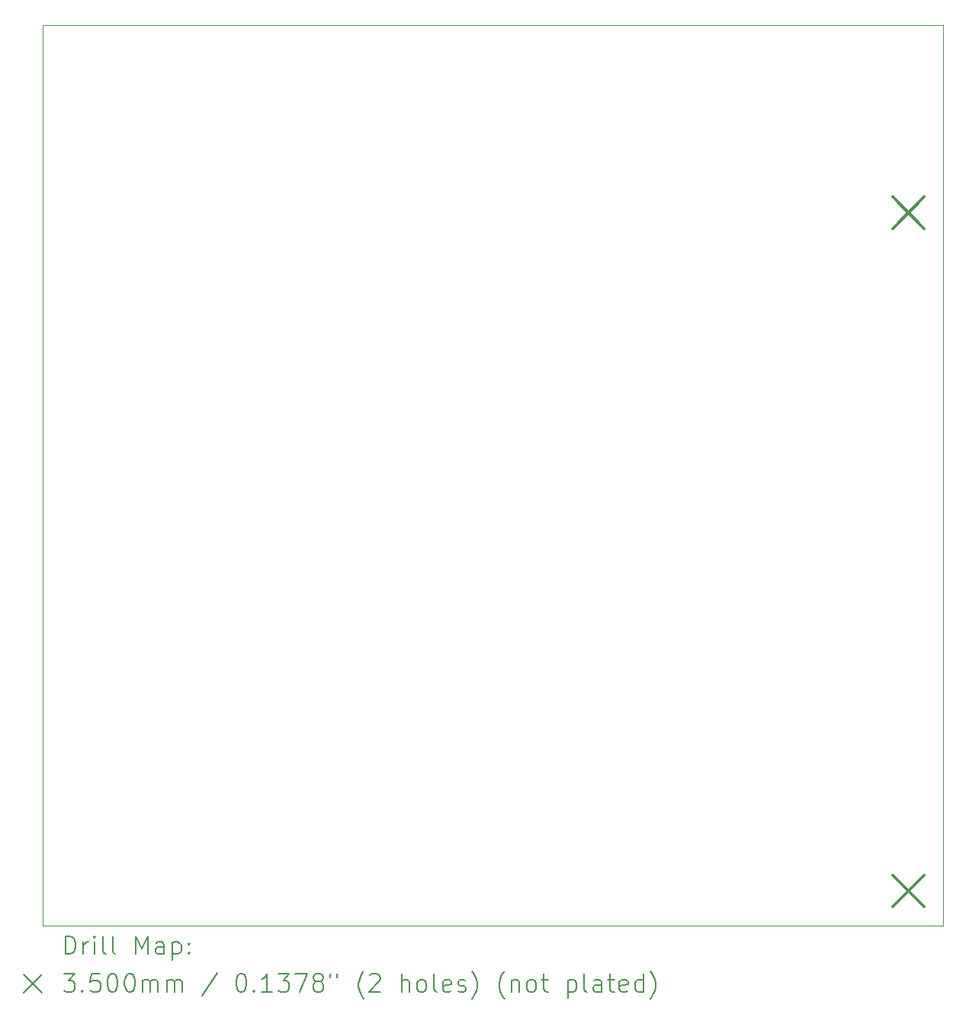
<source format=gbr>
%TF.GenerationSoftware,KiCad,Pcbnew,9.0.7*%
%TF.CreationDate,2026-02-02T16:02:03+11:00*%
%TF.ProjectId,FlashCartProgrammer,466c6173-6843-4617-9274-50726f677261,rev?*%
%TF.SameCoordinates,Original*%
%TF.FileFunction,Drillmap*%
%TF.FilePolarity,Positive*%
%FSLAX45Y45*%
G04 Gerber Fmt 4.5, Leading zero omitted, Abs format (unit mm)*
G04 Created by KiCad (PCBNEW 9.0.7) date 2026-02-02 16:02:03*
%MOMM*%
%LPD*%
G01*
G04 APERTURE LIST*
%ADD10C,0.100000*%
%ADD11C,0.200000*%
%ADD12C,0.350000*%
G04 APERTURE END LIST*
D10*
X9478820Y-4871640D02*
X19478820Y-4871640D01*
X19478820Y-14871640D01*
X9478820Y-14871640D01*
X9478820Y-4871640D01*
D11*
D12*
X18921000Y-6782000D02*
X19271000Y-7132000D01*
X19271000Y-6782000D02*
X18921000Y-7132000D01*
X18921000Y-14310000D02*
X19271000Y-14660000D01*
X19271000Y-14310000D02*
X18921000Y-14660000D01*
D11*
X9734597Y-15188124D02*
X9734597Y-14988124D01*
X9734597Y-14988124D02*
X9782216Y-14988124D01*
X9782216Y-14988124D02*
X9810787Y-14997647D01*
X9810787Y-14997647D02*
X9829835Y-15016695D01*
X9829835Y-15016695D02*
X9839359Y-15035743D01*
X9839359Y-15035743D02*
X9848883Y-15073838D01*
X9848883Y-15073838D02*
X9848883Y-15102409D01*
X9848883Y-15102409D02*
X9839359Y-15140505D01*
X9839359Y-15140505D02*
X9829835Y-15159552D01*
X9829835Y-15159552D02*
X9810787Y-15178600D01*
X9810787Y-15178600D02*
X9782216Y-15188124D01*
X9782216Y-15188124D02*
X9734597Y-15188124D01*
X9934597Y-15188124D02*
X9934597Y-15054790D01*
X9934597Y-15092886D02*
X9944121Y-15073838D01*
X9944121Y-15073838D02*
X9953644Y-15064314D01*
X9953644Y-15064314D02*
X9972692Y-15054790D01*
X9972692Y-15054790D02*
X9991740Y-15054790D01*
X10058406Y-15188124D02*
X10058406Y-15054790D01*
X10058406Y-14988124D02*
X10048883Y-14997647D01*
X10048883Y-14997647D02*
X10058406Y-15007171D01*
X10058406Y-15007171D02*
X10067930Y-14997647D01*
X10067930Y-14997647D02*
X10058406Y-14988124D01*
X10058406Y-14988124D02*
X10058406Y-15007171D01*
X10182216Y-15188124D02*
X10163168Y-15178600D01*
X10163168Y-15178600D02*
X10153644Y-15159552D01*
X10153644Y-15159552D02*
X10153644Y-14988124D01*
X10286978Y-15188124D02*
X10267930Y-15178600D01*
X10267930Y-15178600D02*
X10258406Y-15159552D01*
X10258406Y-15159552D02*
X10258406Y-14988124D01*
X10515549Y-15188124D02*
X10515549Y-14988124D01*
X10515549Y-14988124D02*
X10582216Y-15130981D01*
X10582216Y-15130981D02*
X10648883Y-14988124D01*
X10648883Y-14988124D02*
X10648883Y-15188124D01*
X10829835Y-15188124D02*
X10829835Y-15083362D01*
X10829835Y-15083362D02*
X10820311Y-15064314D01*
X10820311Y-15064314D02*
X10801264Y-15054790D01*
X10801264Y-15054790D02*
X10763168Y-15054790D01*
X10763168Y-15054790D02*
X10744121Y-15064314D01*
X10829835Y-15178600D02*
X10810787Y-15188124D01*
X10810787Y-15188124D02*
X10763168Y-15188124D01*
X10763168Y-15188124D02*
X10744121Y-15178600D01*
X10744121Y-15178600D02*
X10734597Y-15159552D01*
X10734597Y-15159552D02*
X10734597Y-15140505D01*
X10734597Y-15140505D02*
X10744121Y-15121457D01*
X10744121Y-15121457D02*
X10763168Y-15111933D01*
X10763168Y-15111933D02*
X10810787Y-15111933D01*
X10810787Y-15111933D02*
X10829835Y-15102409D01*
X10925073Y-15054790D02*
X10925073Y-15254790D01*
X10925073Y-15064314D02*
X10944121Y-15054790D01*
X10944121Y-15054790D02*
X10982216Y-15054790D01*
X10982216Y-15054790D02*
X11001264Y-15064314D01*
X11001264Y-15064314D02*
X11010787Y-15073838D01*
X11010787Y-15073838D02*
X11020311Y-15092886D01*
X11020311Y-15092886D02*
X11020311Y-15150028D01*
X11020311Y-15150028D02*
X11010787Y-15169076D01*
X11010787Y-15169076D02*
X11001264Y-15178600D01*
X11001264Y-15178600D02*
X10982216Y-15188124D01*
X10982216Y-15188124D02*
X10944121Y-15188124D01*
X10944121Y-15188124D02*
X10925073Y-15178600D01*
X11106025Y-15169076D02*
X11115549Y-15178600D01*
X11115549Y-15178600D02*
X11106025Y-15188124D01*
X11106025Y-15188124D02*
X11096502Y-15178600D01*
X11096502Y-15178600D02*
X11106025Y-15169076D01*
X11106025Y-15169076D02*
X11106025Y-15188124D01*
X11106025Y-15064314D02*
X11115549Y-15073838D01*
X11115549Y-15073838D02*
X11106025Y-15083362D01*
X11106025Y-15083362D02*
X11096502Y-15073838D01*
X11096502Y-15073838D02*
X11106025Y-15064314D01*
X11106025Y-15064314D02*
X11106025Y-15083362D01*
X9273820Y-15416640D02*
X9473820Y-15616640D01*
X9473820Y-15416640D02*
X9273820Y-15616640D01*
X9715549Y-15408124D02*
X9839359Y-15408124D01*
X9839359Y-15408124D02*
X9772692Y-15484314D01*
X9772692Y-15484314D02*
X9801264Y-15484314D01*
X9801264Y-15484314D02*
X9820311Y-15493838D01*
X9820311Y-15493838D02*
X9829835Y-15503362D01*
X9829835Y-15503362D02*
X9839359Y-15522409D01*
X9839359Y-15522409D02*
X9839359Y-15570028D01*
X9839359Y-15570028D02*
X9829835Y-15589076D01*
X9829835Y-15589076D02*
X9820311Y-15598600D01*
X9820311Y-15598600D02*
X9801264Y-15608124D01*
X9801264Y-15608124D02*
X9744121Y-15608124D01*
X9744121Y-15608124D02*
X9725073Y-15598600D01*
X9725073Y-15598600D02*
X9715549Y-15589076D01*
X9925073Y-15589076D02*
X9934597Y-15598600D01*
X9934597Y-15598600D02*
X9925073Y-15608124D01*
X9925073Y-15608124D02*
X9915549Y-15598600D01*
X9915549Y-15598600D02*
X9925073Y-15589076D01*
X9925073Y-15589076D02*
X9925073Y-15608124D01*
X10115549Y-15408124D02*
X10020311Y-15408124D01*
X10020311Y-15408124D02*
X10010787Y-15503362D01*
X10010787Y-15503362D02*
X10020311Y-15493838D01*
X10020311Y-15493838D02*
X10039359Y-15484314D01*
X10039359Y-15484314D02*
X10086978Y-15484314D01*
X10086978Y-15484314D02*
X10106025Y-15493838D01*
X10106025Y-15493838D02*
X10115549Y-15503362D01*
X10115549Y-15503362D02*
X10125073Y-15522409D01*
X10125073Y-15522409D02*
X10125073Y-15570028D01*
X10125073Y-15570028D02*
X10115549Y-15589076D01*
X10115549Y-15589076D02*
X10106025Y-15598600D01*
X10106025Y-15598600D02*
X10086978Y-15608124D01*
X10086978Y-15608124D02*
X10039359Y-15608124D01*
X10039359Y-15608124D02*
X10020311Y-15598600D01*
X10020311Y-15598600D02*
X10010787Y-15589076D01*
X10248883Y-15408124D02*
X10267930Y-15408124D01*
X10267930Y-15408124D02*
X10286978Y-15417647D01*
X10286978Y-15417647D02*
X10296502Y-15427171D01*
X10296502Y-15427171D02*
X10306025Y-15446219D01*
X10306025Y-15446219D02*
X10315549Y-15484314D01*
X10315549Y-15484314D02*
X10315549Y-15531933D01*
X10315549Y-15531933D02*
X10306025Y-15570028D01*
X10306025Y-15570028D02*
X10296502Y-15589076D01*
X10296502Y-15589076D02*
X10286978Y-15598600D01*
X10286978Y-15598600D02*
X10267930Y-15608124D01*
X10267930Y-15608124D02*
X10248883Y-15608124D01*
X10248883Y-15608124D02*
X10229835Y-15598600D01*
X10229835Y-15598600D02*
X10220311Y-15589076D01*
X10220311Y-15589076D02*
X10210787Y-15570028D01*
X10210787Y-15570028D02*
X10201264Y-15531933D01*
X10201264Y-15531933D02*
X10201264Y-15484314D01*
X10201264Y-15484314D02*
X10210787Y-15446219D01*
X10210787Y-15446219D02*
X10220311Y-15427171D01*
X10220311Y-15427171D02*
X10229835Y-15417647D01*
X10229835Y-15417647D02*
X10248883Y-15408124D01*
X10439359Y-15408124D02*
X10458406Y-15408124D01*
X10458406Y-15408124D02*
X10477454Y-15417647D01*
X10477454Y-15417647D02*
X10486978Y-15427171D01*
X10486978Y-15427171D02*
X10496502Y-15446219D01*
X10496502Y-15446219D02*
X10506025Y-15484314D01*
X10506025Y-15484314D02*
X10506025Y-15531933D01*
X10506025Y-15531933D02*
X10496502Y-15570028D01*
X10496502Y-15570028D02*
X10486978Y-15589076D01*
X10486978Y-15589076D02*
X10477454Y-15598600D01*
X10477454Y-15598600D02*
X10458406Y-15608124D01*
X10458406Y-15608124D02*
X10439359Y-15608124D01*
X10439359Y-15608124D02*
X10420311Y-15598600D01*
X10420311Y-15598600D02*
X10410787Y-15589076D01*
X10410787Y-15589076D02*
X10401264Y-15570028D01*
X10401264Y-15570028D02*
X10391740Y-15531933D01*
X10391740Y-15531933D02*
X10391740Y-15484314D01*
X10391740Y-15484314D02*
X10401264Y-15446219D01*
X10401264Y-15446219D02*
X10410787Y-15427171D01*
X10410787Y-15427171D02*
X10420311Y-15417647D01*
X10420311Y-15417647D02*
X10439359Y-15408124D01*
X10591740Y-15608124D02*
X10591740Y-15474790D01*
X10591740Y-15493838D02*
X10601264Y-15484314D01*
X10601264Y-15484314D02*
X10620311Y-15474790D01*
X10620311Y-15474790D02*
X10648883Y-15474790D01*
X10648883Y-15474790D02*
X10667930Y-15484314D01*
X10667930Y-15484314D02*
X10677454Y-15503362D01*
X10677454Y-15503362D02*
X10677454Y-15608124D01*
X10677454Y-15503362D02*
X10686978Y-15484314D01*
X10686978Y-15484314D02*
X10706025Y-15474790D01*
X10706025Y-15474790D02*
X10734597Y-15474790D01*
X10734597Y-15474790D02*
X10753645Y-15484314D01*
X10753645Y-15484314D02*
X10763168Y-15503362D01*
X10763168Y-15503362D02*
X10763168Y-15608124D01*
X10858406Y-15608124D02*
X10858406Y-15474790D01*
X10858406Y-15493838D02*
X10867930Y-15484314D01*
X10867930Y-15484314D02*
X10886978Y-15474790D01*
X10886978Y-15474790D02*
X10915549Y-15474790D01*
X10915549Y-15474790D02*
X10934597Y-15484314D01*
X10934597Y-15484314D02*
X10944121Y-15503362D01*
X10944121Y-15503362D02*
X10944121Y-15608124D01*
X10944121Y-15503362D02*
X10953645Y-15484314D01*
X10953645Y-15484314D02*
X10972692Y-15474790D01*
X10972692Y-15474790D02*
X11001264Y-15474790D01*
X11001264Y-15474790D02*
X11020311Y-15484314D01*
X11020311Y-15484314D02*
X11029835Y-15503362D01*
X11029835Y-15503362D02*
X11029835Y-15608124D01*
X11420311Y-15398600D02*
X11248883Y-15655743D01*
X11677454Y-15408124D02*
X11696502Y-15408124D01*
X11696502Y-15408124D02*
X11715549Y-15417647D01*
X11715549Y-15417647D02*
X11725073Y-15427171D01*
X11725073Y-15427171D02*
X11734597Y-15446219D01*
X11734597Y-15446219D02*
X11744121Y-15484314D01*
X11744121Y-15484314D02*
X11744121Y-15531933D01*
X11744121Y-15531933D02*
X11734597Y-15570028D01*
X11734597Y-15570028D02*
X11725073Y-15589076D01*
X11725073Y-15589076D02*
X11715549Y-15598600D01*
X11715549Y-15598600D02*
X11696502Y-15608124D01*
X11696502Y-15608124D02*
X11677454Y-15608124D01*
X11677454Y-15608124D02*
X11658406Y-15598600D01*
X11658406Y-15598600D02*
X11648883Y-15589076D01*
X11648883Y-15589076D02*
X11639359Y-15570028D01*
X11639359Y-15570028D02*
X11629835Y-15531933D01*
X11629835Y-15531933D02*
X11629835Y-15484314D01*
X11629835Y-15484314D02*
X11639359Y-15446219D01*
X11639359Y-15446219D02*
X11648883Y-15427171D01*
X11648883Y-15427171D02*
X11658406Y-15417647D01*
X11658406Y-15417647D02*
X11677454Y-15408124D01*
X11829835Y-15589076D02*
X11839359Y-15598600D01*
X11839359Y-15598600D02*
X11829835Y-15608124D01*
X11829835Y-15608124D02*
X11820311Y-15598600D01*
X11820311Y-15598600D02*
X11829835Y-15589076D01*
X11829835Y-15589076D02*
X11829835Y-15608124D01*
X12029835Y-15608124D02*
X11915549Y-15608124D01*
X11972692Y-15608124D02*
X11972692Y-15408124D01*
X11972692Y-15408124D02*
X11953645Y-15436695D01*
X11953645Y-15436695D02*
X11934597Y-15455743D01*
X11934597Y-15455743D02*
X11915549Y-15465266D01*
X12096502Y-15408124D02*
X12220311Y-15408124D01*
X12220311Y-15408124D02*
X12153645Y-15484314D01*
X12153645Y-15484314D02*
X12182216Y-15484314D01*
X12182216Y-15484314D02*
X12201264Y-15493838D01*
X12201264Y-15493838D02*
X12210787Y-15503362D01*
X12210787Y-15503362D02*
X12220311Y-15522409D01*
X12220311Y-15522409D02*
X12220311Y-15570028D01*
X12220311Y-15570028D02*
X12210787Y-15589076D01*
X12210787Y-15589076D02*
X12201264Y-15598600D01*
X12201264Y-15598600D02*
X12182216Y-15608124D01*
X12182216Y-15608124D02*
X12125073Y-15608124D01*
X12125073Y-15608124D02*
X12106026Y-15598600D01*
X12106026Y-15598600D02*
X12096502Y-15589076D01*
X12286978Y-15408124D02*
X12420311Y-15408124D01*
X12420311Y-15408124D02*
X12334597Y-15608124D01*
X12525073Y-15493838D02*
X12506026Y-15484314D01*
X12506026Y-15484314D02*
X12496502Y-15474790D01*
X12496502Y-15474790D02*
X12486978Y-15455743D01*
X12486978Y-15455743D02*
X12486978Y-15446219D01*
X12486978Y-15446219D02*
X12496502Y-15427171D01*
X12496502Y-15427171D02*
X12506026Y-15417647D01*
X12506026Y-15417647D02*
X12525073Y-15408124D01*
X12525073Y-15408124D02*
X12563168Y-15408124D01*
X12563168Y-15408124D02*
X12582216Y-15417647D01*
X12582216Y-15417647D02*
X12591740Y-15427171D01*
X12591740Y-15427171D02*
X12601264Y-15446219D01*
X12601264Y-15446219D02*
X12601264Y-15455743D01*
X12601264Y-15455743D02*
X12591740Y-15474790D01*
X12591740Y-15474790D02*
X12582216Y-15484314D01*
X12582216Y-15484314D02*
X12563168Y-15493838D01*
X12563168Y-15493838D02*
X12525073Y-15493838D01*
X12525073Y-15493838D02*
X12506026Y-15503362D01*
X12506026Y-15503362D02*
X12496502Y-15512886D01*
X12496502Y-15512886D02*
X12486978Y-15531933D01*
X12486978Y-15531933D02*
X12486978Y-15570028D01*
X12486978Y-15570028D02*
X12496502Y-15589076D01*
X12496502Y-15589076D02*
X12506026Y-15598600D01*
X12506026Y-15598600D02*
X12525073Y-15608124D01*
X12525073Y-15608124D02*
X12563168Y-15608124D01*
X12563168Y-15608124D02*
X12582216Y-15598600D01*
X12582216Y-15598600D02*
X12591740Y-15589076D01*
X12591740Y-15589076D02*
X12601264Y-15570028D01*
X12601264Y-15570028D02*
X12601264Y-15531933D01*
X12601264Y-15531933D02*
X12591740Y-15512886D01*
X12591740Y-15512886D02*
X12582216Y-15503362D01*
X12582216Y-15503362D02*
X12563168Y-15493838D01*
X12677454Y-15408124D02*
X12677454Y-15446219D01*
X12753645Y-15408124D02*
X12753645Y-15446219D01*
X13048883Y-15684314D02*
X13039359Y-15674790D01*
X13039359Y-15674790D02*
X13020311Y-15646219D01*
X13020311Y-15646219D02*
X13010788Y-15627171D01*
X13010788Y-15627171D02*
X13001264Y-15598600D01*
X13001264Y-15598600D02*
X12991740Y-15550981D01*
X12991740Y-15550981D02*
X12991740Y-15512886D01*
X12991740Y-15512886D02*
X13001264Y-15465266D01*
X13001264Y-15465266D02*
X13010788Y-15436695D01*
X13010788Y-15436695D02*
X13020311Y-15417647D01*
X13020311Y-15417647D02*
X13039359Y-15389076D01*
X13039359Y-15389076D02*
X13048883Y-15379552D01*
X13115549Y-15427171D02*
X13125073Y-15417647D01*
X13125073Y-15417647D02*
X13144121Y-15408124D01*
X13144121Y-15408124D02*
X13191740Y-15408124D01*
X13191740Y-15408124D02*
X13210788Y-15417647D01*
X13210788Y-15417647D02*
X13220311Y-15427171D01*
X13220311Y-15427171D02*
X13229835Y-15446219D01*
X13229835Y-15446219D02*
X13229835Y-15465266D01*
X13229835Y-15465266D02*
X13220311Y-15493838D01*
X13220311Y-15493838D02*
X13106026Y-15608124D01*
X13106026Y-15608124D02*
X13229835Y-15608124D01*
X13467930Y-15608124D02*
X13467930Y-15408124D01*
X13553645Y-15608124D02*
X13553645Y-15503362D01*
X13553645Y-15503362D02*
X13544121Y-15484314D01*
X13544121Y-15484314D02*
X13525073Y-15474790D01*
X13525073Y-15474790D02*
X13496502Y-15474790D01*
X13496502Y-15474790D02*
X13477454Y-15484314D01*
X13477454Y-15484314D02*
X13467930Y-15493838D01*
X13677454Y-15608124D02*
X13658407Y-15598600D01*
X13658407Y-15598600D02*
X13648883Y-15589076D01*
X13648883Y-15589076D02*
X13639359Y-15570028D01*
X13639359Y-15570028D02*
X13639359Y-15512886D01*
X13639359Y-15512886D02*
X13648883Y-15493838D01*
X13648883Y-15493838D02*
X13658407Y-15484314D01*
X13658407Y-15484314D02*
X13677454Y-15474790D01*
X13677454Y-15474790D02*
X13706026Y-15474790D01*
X13706026Y-15474790D02*
X13725073Y-15484314D01*
X13725073Y-15484314D02*
X13734597Y-15493838D01*
X13734597Y-15493838D02*
X13744121Y-15512886D01*
X13744121Y-15512886D02*
X13744121Y-15570028D01*
X13744121Y-15570028D02*
X13734597Y-15589076D01*
X13734597Y-15589076D02*
X13725073Y-15598600D01*
X13725073Y-15598600D02*
X13706026Y-15608124D01*
X13706026Y-15608124D02*
X13677454Y-15608124D01*
X13858407Y-15608124D02*
X13839359Y-15598600D01*
X13839359Y-15598600D02*
X13829835Y-15579552D01*
X13829835Y-15579552D02*
X13829835Y-15408124D01*
X14010788Y-15598600D02*
X13991740Y-15608124D01*
X13991740Y-15608124D02*
X13953645Y-15608124D01*
X13953645Y-15608124D02*
X13934597Y-15598600D01*
X13934597Y-15598600D02*
X13925073Y-15579552D01*
X13925073Y-15579552D02*
X13925073Y-15503362D01*
X13925073Y-15503362D02*
X13934597Y-15484314D01*
X13934597Y-15484314D02*
X13953645Y-15474790D01*
X13953645Y-15474790D02*
X13991740Y-15474790D01*
X13991740Y-15474790D02*
X14010788Y-15484314D01*
X14010788Y-15484314D02*
X14020311Y-15503362D01*
X14020311Y-15503362D02*
X14020311Y-15522409D01*
X14020311Y-15522409D02*
X13925073Y-15541457D01*
X14096502Y-15598600D02*
X14115550Y-15608124D01*
X14115550Y-15608124D02*
X14153645Y-15608124D01*
X14153645Y-15608124D02*
X14172692Y-15598600D01*
X14172692Y-15598600D02*
X14182216Y-15579552D01*
X14182216Y-15579552D02*
X14182216Y-15570028D01*
X14182216Y-15570028D02*
X14172692Y-15550981D01*
X14172692Y-15550981D02*
X14153645Y-15541457D01*
X14153645Y-15541457D02*
X14125073Y-15541457D01*
X14125073Y-15541457D02*
X14106026Y-15531933D01*
X14106026Y-15531933D02*
X14096502Y-15512886D01*
X14096502Y-15512886D02*
X14096502Y-15503362D01*
X14096502Y-15503362D02*
X14106026Y-15484314D01*
X14106026Y-15484314D02*
X14125073Y-15474790D01*
X14125073Y-15474790D02*
X14153645Y-15474790D01*
X14153645Y-15474790D02*
X14172692Y-15484314D01*
X14248883Y-15684314D02*
X14258407Y-15674790D01*
X14258407Y-15674790D02*
X14277454Y-15646219D01*
X14277454Y-15646219D02*
X14286978Y-15627171D01*
X14286978Y-15627171D02*
X14296502Y-15598600D01*
X14296502Y-15598600D02*
X14306026Y-15550981D01*
X14306026Y-15550981D02*
X14306026Y-15512886D01*
X14306026Y-15512886D02*
X14296502Y-15465266D01*
X14296502Y-15465266D02*
X14286978Y-15436695D01*
X14286978Y-15436695D02*
X14277454Y-15417647D01*
X14277454Y-15417647D02*
X14258407Y-15389076D01*
X14258407Y-15389076D02*
X14248883Y-15379552D01*
X14610788Y-15684314D02*
X14601264Y-15674790D01*
X14601264Y-15674790D02*
X14582216Y-15646219D01*
X14582216Y-15646219D02*
X14572692Y-15627171D01*
X14572692Y-15627171D02*
X14563169Y-15598600D01*
X14563169Y-15598600D02*
X14553645Y-15550981D01*
X14553645Y-15550981D02*
X14553645Y-15512886D01*
X14553645Y-15512886D02*
X14563169Y-15465266D01*
X14563169Y-15465266D02*
X14572692Y-15436695D01*
X14572692Y-15436695D02*
X14582216Y-15417647D01*
X14582216Y-15417647D02*
X14601264Y-15389076D01*
X14601264Y-15389076D02*
X14610788Y-15379552D01*
X14686978Y-15474790D02*
X14686978Y-15608124D01*
X14686978Y-15493838D02*
X14696502Y-15484314D01*
X14696502Y-15484314D02*
X14715550Y-15474790D01*
X14715550Y-15474790D02*
X14744121Y-15474790D01*
X14744121Y-15474790D02*
X14763169Y-15484314D01*
X14763169Y-15484314D02*
X14772692Y-15503362D01*
X14772692Y-15503362D02*
X14772692Y-15608124D01*
X14896502Y-15608124D02*
X14877454Y-15598600D01*
X14877454Y-15598600D02*
X14867931Y-15589076D01*
X14867931Y-15589076D02*
X14858407Y-15570028D01*
X14858407Y-15570028D02*
X14858407Y-15512886D01*
X14858407Y-15512886D02*
X14867931Y-15493838D01*
X14867931Y-15493838D02*
X14877454Y-15484314D01*
X14877454Y-15484314D02*
X14896502Y-15474790D01*
X14896502Y-15474790D02*
X14925073Y-15474790D01*
X14925073Y-15474790D02*
X14944121Y-15484314D01*
X14944121Y-15484314D02*
X14953645Y-15493838D01*
X14953645Y-15493838D02*
X14963169Y-15512886D01*
X14963169Y-15512886D02*
X14963169Y-15570028D01*
X14963169Y-15570028D02*
X14953645Y-15589076D01*
X14953645Y-15589076D02*
X14944121Y-15598600D01*
X14944121Y-15598600D02*
X14925073Y-15608124D01*
X14925073Y-15608124D02*
X14896502Y-15608124D01*
X15020312Y-15474790D02*
X15096502Y-15474790D01*
X15048883Y-15408124D02*
X15048883Y-15579552D01*
X15048883Y-15579552D02*
X15058407Y-15598600D01*
X15058407Y-15598600D02*
X15077454Y-15608124D01*
X15077454Y-15608124D02*
X15096502Y-15608124D01*
X15315550Y-15474790D02*
X15315550Y-15674790D01*
X15315550Y-15484314D02*
X15334597Y-15474790D01*
X15334597Y-15474790D02*
X15372693Y-15474790D01*
X15372693Y-15474790D02*
X15391740Y-15484314D01*
X15391740Y-15484314D02*
X15401264Y-15493838D01*
X15401264Y-15493838D02*
X15410788Y-15512886D01*
X15410788Y-15512886D02*
X15410788Y-15570028D01*
X15410788Y-15570028D02*
X15401264Y-15589076D01*
X15401264Y-15589076D02*
X15391740Y-15598600D01*
X15391740Y-15598600D02*
X15372693Y-15608124D01*
X15372693Y-15608124D02*
X15334597Y-15608124D01*
X15334597Y-15608124D02*
X15315550Y-15598600D01*
X15525073Y-15608124D02*
X15506026Y-15598600D01*
X15506026Y-15598600D02*
X15496502Y-15579552D01*
X15496502Y-15579552D02*
X15496502Y-15408124D01*
X15686978Y-15608124D02*
X15686978Y-15503362D01*
X15686978Y-15503362D02*
X15677454Y-15484314D01*
X15677454Y-15484314D02*
X15658407Y-15474790D01*
X15658407Y-15474790D02*
X15620312Y-15474790D01*
X15620312Y-15474790D02*
X15601264Y-15484314D01*
X15686978Y-15598600D02*
X15667931Y-15608124D01*
X15667931Y-15608124D02*
X15620312Y-15608124D01*
X15620312Y-15608124D02*
X15601264Y-15598600D01*
X15601264Y-15598600D02*
X15591740Y-15579552D01*
X15591740Y-15579552D02*
X15591740Y-15560505D01*
X15591740Y-15560505D02*
X15601264Y-15541457D01*
X15601264Y-15541457D02*
X15620312Y-15531933D01*
X15620312Y-15531933D02*
X15667931Y-15531933D01*
X15667931Y-15531933D02*
X15686978Y-15522409D01*
X15753645Y-15474790D02*
X15829835Y-15474790D01*
X15782216Y-15408124D02*
X15782216Y-15579552D01*
X15782216Y-15579552D02*
X15791740Y-15598600D01*
X15791740Y-15598600D02*
X15810788Y-15608124D01*
X15810788Y-15608124D02*
X15829835Y-15608124D01*
X15972693Y-15598600D02*
X15953645Y-15608124D01*
X15953645Y-15608124D02*
X15915550Y-15608124D01*
X15915550Y-15608124D02*
X15896502Y-15598600D01*
X15896502Y-15598600D02*
X15886978Y-15579552D01*
X15886978Y-15579552D02*
X15886978Y-15503362D01*
X15886978Y-15503362D02*
X15896502Y-15484314D01*
X15896502Y-15484314D02*
X15915550Y-15474790D01*
X15915550Y-15474790D02*
X15953645Y-15474790D01*
X15953645Y-15474790D02*
X15972693Y-15484314D01*
X15972693Y-15484314D02*
X15982216Y-15503362D01*
X15982216Y-15503362D02*
X15982216Y-15522409D01*
X15982216Y-15522409D02*
X15886978Y-15541457D01*
X16153645Y-15608124D02*
X16153645Y-15408124D01*
X16153645Y-15598600D02*
X16134597Y-15608124D01*
X16134597Y-15608124D02*
X16096502Y-15608124D01*
X16096502Y-15608124D02*
X16077454Y-15598600D01*
X16077454Y-15598600D02*
X16067931Y-15589076D01*
X16067931Y-15589076D02*
X16058407Y-15570028D01*
X16058407Y-15570028D02*
X16058407Y-15512886D01*
X16058407Y-15512886D02*
X16067931Y-15493838D01*
X16067931Y-15493838D02*
X16077454Y-15484314D01*
X16077454Y-15484314D02*
X16096502Y-15474790D01*
X16096502Y-15474790D02*
X16134597Y-15474790D01*
X16134597Y-15474790D02*
X16153645Y-15484314D01*
X16229835Y-15684314D02*
X16239359Y-15674790D01*
X16239359Y-15674790D02*
X16258407Y-15646219D01*
X16258407Y-15646219D02*
X16267931Y-15627171D01*
X16267931Y-15627171D02*
X16277454Y-15598600D01*
X16277454Y-15598600D02*
X16286978Y-15550981D01*
X16286978Y-15550981D02*
X16286978Y-15512886D01*
X16286978Y-15512886D02*
X16277454Y-15465266D01*
X16277454Y-15465266D02*
X16267931Y-15436695D01*
X16267931Y-15436695D02*
X16258407Y-15417647D01*
X16258407Y-15417647D02*
X16239359Y-15389076D01*
X16239359Y-15389076D02*
X16229835Y-15379552D01*
M02*

</source>
